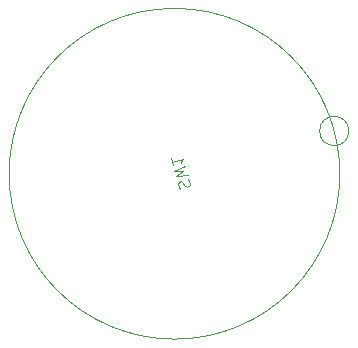
<source format=gbr>
%TF.GenerationSoftware,KiCad,Pcbnew,7.0.10*%
%TF.CreationDate,2024-06-24T21:04:26-04:00*%
%TF.ProjectId,nulldetector,6e756c6c-6465-4746-9563-746f722e6b69,rev?*%
%TF.SameCoordinates,Original*%
%TF.FileFunction,Legend,Bot*%
%TF.FilePolarity,Positive*%
%FSLAX46Y46*%
G04 Gerber Fmt 4.6, Leading zero omitted, Abs format (unit mm)*
G04 Created by KiCad (PCBNEW 7.0.10) date 2024-06-24 21:04:26*
%MOMM*%
%LPD*%
G01*
G04 APERTURE LIST*
%ADD10C,0.100000*%
G04 APERTURE END LIST*
D10*
X149682218Y-124014554D02*
X149599247Y-123888889D01*
X149599247Y-123888889D02*
X149537624Y-123658907D01*
X149537624Y-123658907D02*
X149558971Y-123554589D01*
X149558971Y-123554589D02*
X149592643Y-123496268D01*
X149592643Y-123496268D02*
X149672311Y-123425622D01*
X149672311Y-123425622D02*
X149764304Y-123400973D01*
X149764304Y-123400973D02*
X149868621Y-123422320D01*
X149868621Y-123422320D02*
X149926943Y-123455992D01*
X149926943Y-123455992D02*
X149997589Y-123535660D01*
X149997589Y-123535660D02*
X150092884Y-123707321D01*
X150092884Y-123707321D02*
X150163530Y-123786989D01*
X150163530Y-123786989D02*
X150221851Y-123820661D01*
X150221851Y-123820661D02*
X150326169Y-123842008D01*
X150326169Y-123842008D02*
X150418162Y-123817359D01*
X150418162Y-123817359D02*
X150497830Y-123746713D01*
X150497830Y-123746713D02*
X150531501Y-123688392D01*
X150531501Y-123688392D02*
X150552849Y-123584074D01*
X150552849Y-123584074D02*
X150491225Y-123354092D01*
X150491225Y-123354092D02*
X150408254Y-123228427D01*
X150367978Y-122894127D02*
X149340428Y-122922964D01*
X149340428Y-122922964D02*
X149981076Y-122554107D01*
X149981076Y-122554107D02*
X149241831Y-122554992D01*
X149241831Y-122554992D02*
X150146133Y-122066190D01*
X148946037Y-121451077D02*
X149093934Y-122003034D01*
X149019986Y-121727056D02*
X149985912Y-121468237D01*
X149985912Y-121468237D02*
X149872572Y-121597204D01*
X149872572Y-121597204D02*
X149805228Y-121713846D01*
X149805228Y-121713846D02*
X149783881Y-121818164D01*
%TO.C,SW1*%
X163250001Y-122750000D02*
G75*
G03*
X135249999Y-122750000I-14000001J0D01*
G01*
X135249999Y-122750000D02*
G75*
G03*
X163250001Y-122750000I14000001J0D01*
G01*
X162772962Y-119126533D02*
G75*
G03*
X162772962Y-119126533I0J0D01*
G01*
X162772962Y-119126533D02*
G75*
G03*
X162772962Y-119126533I0J0D01*
G01*
X164012962Y-119126533D02*
G75*
G03*
X161532962Y-119126533I-1240000J0D01*
G01*
X161532962Y-119126533D02*
G75*
G03*
X164012962Y-119126533I1240000J0D01*
G01*
%TD*%
M02*

</source>
